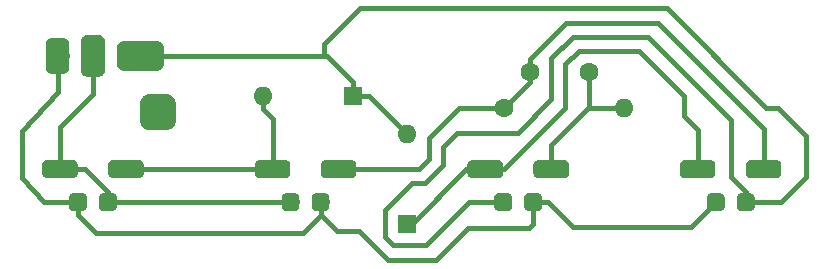
<source format=gbr>
G04 #@! TF.GenerationSoftware,KiCad,Pcbnew,(5.0.1-3-g963ef8bb5)*
G04 #@! TF.CreationDate,2019-02-12T17:52:07-08:00*
G04 #@! TF.ProjectId,4button-3wire,34627574746F6E2D33776972652E6B69,rev?*
G04 #@! TF.SameCoordinates,Original*
G04 #@! TF.FileFunction,Copper,L2,Bot,Signal*
G04 #@! TF.FilePolarity,Positive*
%FSLAX46Y46*%
G04 Gerber Fmt 4.6, Leading zero omitted, Abs format (unit mm)*
G04 Created by KiCad (PCBNEW (5.0.1-3-g963ef8bb5)) date Tuesday, February 12, 2019 at 05:52:07 PM*
%MOMM*%
%LPD*%
G01*
G04 APERTURE LIST*
G04 #@! TA.AperFunction,Conductor*
%ADD10C,0.100000*%
G04 #@! TD*
G04 #@! TA.AperFunction,ComponentPad*
%ADD11C,1.500000*%
G04 #@! TD*
G04 #@! TA.AperFunction,ComponentPad*
%ADD12O,1.600000X1.600000*%
G04 #@! TD*
G04 #@! TA.AperFunction,ComponentPad*
%ADD13R,1.600000X1.600000*%
G04 #@! TD*
G04 #@! TA.AperFunction,ComponentPad*
%ADD14C,1.600000*%
G04 #@! TD*
G04 #@! TA.AperFunction,ComponentPad*
%ADD15C,3.000000*%
G04 #@! TD*
G04 #@! TA.AperFunction,ComponentPad*
%ADD16C,2.500000*%
G04 #@! TD*
G04 #@! TA.AperFunction,ComponentPad*
%ADD17C,2.000000*%
G04 #@! TD*
G04 #@! TA.AperFunction,Conductor*
%ADD18C,0.400000*%
G04 #@! TD*
G04 APERTURE END LIST*
D10*
G04 #@! TO.N,Net-(C1-Pad2)*
G04 #@! TO.C,SW2*
G36*
X93141756Y-113251806D02*
X93178159Y-113257206D01*
X93213857Y-113266147D01*
X93248506Y-113278545D01*
X93281774Y-113294280D01*
X93313339Y-113313199D01*
X93342897Y-113335121D01*
X93370165Y-113359835D01*
X93394879Y-113387103D01*
X93416801Y-113416661D01*
X93435720Y-113448226D01*
X93451455Y-113481494D01*
X93463853Y-113516143D01*
X93472794Y-113551841D01*
X93478194Y-113588244D01*
X93480000Y-113625000D01*
X93480000Y-114375000D01*
X93478194Y-114411756D01*
X93472794Y-114448159D01*
X93463853Y-114483857D01*
X93451455Y-114518506D01*
X93435720Y-114551774D01*
X93416801Y-114583339D01*
X93394879Y-114612897D01*
X93370165Y-114640165D01*
X93342897Y-114664879D01*
X93313339Y-114686801D01*
X93281774Y-114705720D01*
X93248506Y-114721455D01*
X93213857Y-114733853D01*
X93178159Y-114742794D01*
X93141756Y-114748194D01*
X93105000Y-114750000D01*
X92355000Y-114750000D01*
X92318244Y-114748194D01*
X92281841Y-114742794D01*
X92246143Y-114733853D01*
X92211494Y-114721455D01*
X92178226Y-114705720D01*
X92146661Y-114686801D01*
X92117103Y-114664879D01*
X92089835Y-114640165D01*
X92065121Y-114612897D01*
X92043199Y-114583339D01*
X92024280Y-114551774D01*
X92008545Y-114518506D01*
X91996147Y-114483857D01*
X91987206Y-114448159D01*
X91981806Y-114411756D01*
X91980000Y-114375000D01*
X91980000Y-113625000D01*
X91981806Y-113588244D01*
X91987206Y-113551841D01*
X91996147Y-113516143D01*
X92008545Y-113481494D01*
X92024280Y-113448226D01*
X92043199Y-113416661D01*
X92065121Y-113387103D01*
X92089835Y-113359835D01*
X92117103Y-113335121D01*
X92146661Y-113313199D01*
X92178226Y-113294280D01*
X92211494Y-113278545D01*
X92246143Y-113266147D01*
X92281841Y-113257206D01*
X92318244Y-113251806D01*
X92355000Y-113250000D01*
X93105000Y-113250000D01*
X93141756Y-113251806D01*
X93141756Y-113251806D01*
G37*
D11*
G04 #@! TD*
G04 #@! TO.P,SW2,4*
G04 #@! TO.N,Net-(C1-Pad2)*
X92730000Y-114000000D03*
D10*
G04 #@! TO.N,Net-(J1-PadS)*
G04 #@! TO.C,SW2*
G36*
X95681756Y-113251806D02*
X95718159Y-113257206D01*
X95753857Y-113266147D01*
X95788506Y-113278545D01*
X95821774Y-113294280D01*
X95853339Y-113313199D01*
X95882897Y-113335121D01*
X95910165Y-113359835D01*
X95934879Y-113387103D01*
X95956801Y-113416661D01*
X95975720Y-113448226D01*
X95991455Y-113481494D01*
X96003853Y-113516143D01*
X96012794Y-113551841D01*
X96018194Y-113588244D01*
X96020000Y-113625000D01*
X96020000Y-114375000D01*
X96018194Y-114411756D01*
X96012794Y-114448159D01*
X96003853Y-114483857D01*
X95991455Y-114518506D01*
X95975720Y-114551774D01*
X95956801Y-114583339D01*
X95934879Y-114612897D01*
X95910165Y-114640165D01*
X95882897Y-114664879D01*
X95853339Y-114686801D01*
X95821774Y-114705720D01*
X95788506Y-114721455D01*
X95753857Y-114733853D01*
X95718159Y-114742794D01*
X95681756Y-114748194D01*
X95645000Y-114750000D01*
X94895000Y-114750000D01*
X94858244Y-114748194D01*
X94821841Y-114742794D01*
X94786143Y-114733853D01*
X94751494Y-114721455D01*
X94718226Y-114705720D01*
X94686661Y-114686801D01*
X94657103Y-114664879D01*
X94629835Y-114640165D01*
X94605121Y-114612897D01*
X94583199Y-114583339D01*
X94564280Y-114551774D01*
X94548545Y-114518506D01*
X94536147Y-114483857D01*
X94527206Y-114448159D01*
X94521806Y-114411756D01*
X94520000Y-114375000D01*
X94520000Y-113625000D01*
X94521806Y-113588244D01*
X94527206Y-113551841D01*
X94536147Y-113516143D01*
X94548545Y-113481494D01*
X94564280Y-113448226D01*
X94583199Y-113416661D01*
X94605121Y-113387103D01*
X94629835Y-113359835D01*
X94657103Y-113335121D01*
X94686661Y-113313199D01*
X94718226Y-113294280D01*
X94751494Y-113278545D01*
X94786143Y-113266147D01*
X94821841Y-113257206D01*
X94858244Y-113251806D01*
X94895000Y-113250000D01*
X95645000Y-113250000D01*
X95681756Y-113251806D01*
X95681756Y-113251806D01*
G37*
D11*
G04 #@! TD*
G04 #@! TO.P,SW2,3*
G04 #@! TO.N,Net-(J1-PadS)*
X95270000Y-114000000D03*
D10*
G04 #@! TO.N,Net-(C1-Pad1)*
G04 #@! TO.C,SW2*
G36*
X97956756Y-110461806D02*
X97993159Y-110467206D01*
X98028857Y-110476147D01*
X98063506Y-110488545D01*
X98096774Y-110504280D01*
X98128339Y-110523199D01*
X98157897Y-110545121D01*
X98185165Y-110569835D01*
X98209879Y-110597103D01*
X98231801Y-110626661D01*
X98250720Y-110658226D01*
X98266455Y-110691494D01*
X98278853Y-110726143D01*
X98287794Y-110761841D01*
X98293194Y-110798244D01*
X98295000Y-110835000D01*
X98295000Y-111585000D01*
X98293194Y-111621756D01*
X98287794Y-111658159D01*
X98278853Y-111693857D01*
X98266455Y-111728506D01*
X98250720Y-111761774D01*
X98231801Y-111793339D01*
X98209879Y-111822897D01*
X98185165Y-111850165D01*
X98157897Y-111874879D01*
X98128339Y-111896801D01*
X98096774Y-111915720D01*
X98063506Y-111931455D01*
X98028857Y-111943853D01*
X97993159Y-111952794D01*
X97956756Y-111958194D01*
X97920000Y-111960000D01*
X95670000Y-111960000D01*
X95633244Y-111958194D01*
X95596841Y-111952794D01*
X95561143Y-111943853D01*
X95526494Y-111931455D01*
X95493226Y-111915720D01*
X95461661Y-111896801D01*
X95432103Y-111874879D01*
X95404835Y-111850165D01*
X95380121Y-111822897D01*
X95358199Y-111793339D01*
X95339280Y-111761774D01*
X95323545Y-111728506D01*
X95311147Y-111693857D01*
X95302206Y-111658159D01*
X95296806Y-111621756D01*
X95295000Y-111585000D01*
X95295000Y-110835000D01*
X95296806Y-110798244D01*
X95302206Y-110761841D01*
X95311147Y-110726143D01*
X95323545Y-110691494D01*
X95339280Y-110658226D01*
X95358199Y-110626661D01*
X95380121Y-110597103D01*
X95404835Y-110569835D01*
X95432103Y-110545121D01*
X95461661Y-110523199D01*
X95493226Y-110504280D01*
X95526494Y-110488545D01*
X95561143Y-110476147D01*
X95596841Y-110467206D01*
X95633244Y-110461806D01*
X95670000Y-110460000D01*
X97920000Y-110460000D01*
X97956756Y-110461806D01*
X97956756Y-110461806D01*
G37*
D11*
G04 #@! TD*
G04 #@! TO.P,SW2,2*
G04 #@! TO.N,Net-(C1-Pad1)*
X96795000Y-111210000D03*
D10*
G04 #@! TO.N,Net-(D5-Pad2)*
G04 #@! TO.C,SW2*
G36*
X92366756Y-110461806D02*
X92403159Y-110467206D01*
X92438857Y-110476147D01*
X92473506Y-110488545D01*
X92506774Y-110504280D01*
X92538339Y-110523199D01*
X92567897Y-110545121D01*
X92595165Y-110569835D01*
X92619879Y-110597103D01*
X92641801Y-110626661D01*
X92660720Y-110658226D01*
X92676455Y-110691494D01*
X92688853Y-110726143D01*
X92697794Y-110761841D01*
X92703194Y-110798244D01*
X92705000Y-110835000D01*
X92705000Y-111585000D01*
X92703194Y-111621756D01*
X92697794Y-111658159D01*
X92688853Y-111693857D01*
X92676455Y-111728506D01*
X92660720Y-111761774D01*
X92641801Y-111793339D01*
X92619879Y-111822897D01*
X92595165Y-111850165D01*
X92567897Y-111874879D01*
X92538339Y-111896801D01*
X92506774Y-111915720D01*
X92473506Y-111931455D01*
X92438857Y-111943853D01*
X92403159Y-111952794D01*
X92366756Y-111958194D01*
X92330000Y-111960000D01*
X90080000Y-111960000D01*
X90043244Y-111958194D01*
X90006841Y-111952794D01*
X89971143Y-111943853D01*
X89936494Y-111931455D01*
X89903226Y-111915720D01*
X89871661Y-111896801D01*
X89842103Y-111874879D01*
X89814835Y-111850165D01*
X89790121Y-111822897D01*
X89768199Y-111793339D01*
X89749280Y-111761774D01*
X89733545Y-111728506D01*
X89721147Y-111693857D01*
X89712206Y-111658159D01*
X89706806Y-111621756D01*
X89705000Y-111585000D01*
X89705000Y-110835000D01*
X89706806Y-110798244D01*
X89712206Y-110761841D01*
X89721147Y-110726143D01*
X89733545Y-110691494D01*
X89749280Y-110658226D01*
X89768199Y-110626661D01*
X89790121Y-110597103D01*
X89814835Y-110569835D01*
X89842103Y-110545121D01*
X89871661Y-110523199D01*
X89903226Y-110504280D01*
X89936494Y-110488545D01*
X89971143Y-110476147D01*
X90006841Y-110467206D01*
X90043244Y-110461806D01*
X90080000Y-110460000D01*
X92330000Y-110460000D01*
X92366756Y-110461806D01*
X92366756Y-110461806D01*
G37*
D11*
G04 #@! TD*
G04 #@! TO.P,SW2,1*
G04 #@! TO.N,Net-(D5-Pad2)*
X91205000Y-111210000D03*
D10*
G04 #@! TO.N,Net-(D6-Pad1)*
G04 #@! TO.C,SW4*
G36*
X128366756Y-110461806D02*
X128403159Y-110467206D01*
X128438857Y-110476147D01*
X128473506Y-110488545D01*
X128506774Y-110504280D01*
X128538339Y-110523199D01*
X128567897Y-110545121D01*
X128595165Y-110569835D01*
X128619879Y-110597103D01*
X128641801Y-110626661D01*
X128660720Y-110658226D01*
X128676455Y-110691494D01*
X128688853Y-110726143D01*
X128697794Y-110761841D01*
X128703194Y-110798244D01*
X128705000Y-110835000D01*
X128705000Y-111585000D01*
X128703194Y-111621756D01*
X128697794Y-111658159D01*
X128688853Y-111693857D01*
X128676455Y-111728506D01*
X128660720Y-111761774D01*
X128641801Y-111793339D01*
X128619879Y-111822897D01*
X128595165Y-111850165D01*
X128567897Y-111874879D01*
X128538339Y-111896801D01*
X128506774Y-111915720D01*
X128473506Y-111931455D01*
X128438857Y-111943853D01*
X128403159Y-111952794D01*
X128366756Y-111958194D01*
X128330000Y-111960000D01*
X126080000Y-111960000D01*
X126043244Y-111958194D01*
X126006841Y-111952794D01*
X125971143Y-111943853D01*
X125936494Y-111931455D01*
X125903226Y-111915720D01*
X125871661Y-111896801D01*
X125842103Y-111874879D01*
X125814835Y-111850165D01*
X125790121Y-111822897D01*
X125768199Y-111793339D01*
X125749280Y-111761774D01*
X125733545Y-111728506D01*
X125721147Y-111693857D01*
X125712206Y-111658159D01*
X125706806Y-111621756D01*
X125705000Y-111585000D01*
X125705000Y-110835000D01*
X125706806Y-110798244D01*
X125712206Y-110761841D01*
X125721147Y-110726143D01*
X125733545Y-110691494D01*
X125749280Y-110658226D01*
X125768199Y-110626661D01*
X125790121Y-110597103D01*
X125814835Y-110569835D01*
X125842103Y-110545121D01*
X125871661Y-110523199D01*
X125903226Y-110504280D01*
X125936494Y-110488545D01*
X125971143Y-110476147D01*
X126006841Y-110467206D01*
X126043244Y-110461806D01*
X126080000Y-110460000D01*
X128330000Y-110460000D01*
X128366756Y-110461806D01*
X128366756Y-110461806D01*
G37*
D11*
G04 #@! TD*
G04 #@! TO.P,SW4,1*
G04 #@! TO.N,Net-(D6-Pad1)*
X127205000Y-111210000D03*
D10*
G04 #@! TO.N,Net-(C1-Pad1)*
G04 #@! TO.C,SW4*
G36*
X133956756Y-110461806D02*
X133993159Y-110467206D01*
X134028857Y-110476147D01*
X134063506Y-110488545D01*
X134096774Y-110504280D01*
X134128339Y-110523199D01*
X134157897Y-110545121D01*
X134185165Y-110569835D01*
X134209879Y-110597103D01*
X134231801Y-110626661D01*
X134250720Y-110658226D01*
X134266455Y-110691494D01*
X134278853Y-110726143D01*
X134287794Y-110761841D01*
X134293194Y-110798244D01*
X134295000Y-110835000D01*
X134295000Y-111585000D01*
X134293194Y-111621756D01*
X134287794Y-111658159D01*
X134278853Y-111693857D01*
X134266455Y-111728506D01*
X134250720Y-111761774D01*
X134231801Y-111793339D01*
X134209879Y-111822897D01*
X134185165Y-111850165D01*
X134157897Y-111874879D01*
X134128339Y-111896801D01*
X134096774Y-111915720D01*
X134063506Y-111931455D01*
X134028857Y-111943853D01*
X133993159Y-111952794D01*
X133956756Y-111958194D01*
X133920000Y-111960000D01*
X131670000Y-111960000D01*
X131633244Y-111958194D01*
X131596841Y-111952794D01*
X131561143Y-111943853D01*
X131526494Y-111931455D01*
X131493226Y-111915720D01*
X131461661Y-111896801D01*
X131432103Y-111874879D01*
X131404835Y-111850165D01*
X131380121Y-111822897D01*
X131358199Y-111793339D01*
X131339280Y-111761774D01*
X131323545Y-111728506D01*
X131311147Y-111693857D01*
X131302206Y-111658159D01*
X131296806Y-111621756D01*
X131295000Y-111585000D01*
X131295000Y-110835000D01*
X131296806Y-110798244D01*
X131302206Y-110761841D01*
X131311147Y-110726143D01*
X131323545Y-110691494D01*
X131339280Y-110658226D01*
X131358199Y-110626661D01*
X131380121Y-110597103D01*
X131404835Y-110569835D01*
X131432103Y-110545121D01*
X131461661Y-110523199D01*
X131493226Y-110504280D01*
X131526494Y-110488545D01*
X131561143Y-110476147D01*
X131596841Y-110467206D01*
X131633244Y-110461806D01*
X131670000Y-110460000D01*
X133920000Y-110460000D01*
X133956756Y-110461806D01*
X133956756Y-110461806D01*
G37*
D11*
G04 #@! TD*
G04 #@! TO.P,SW4,2*
G04 #@! TO.N,Net-(C1-Pad1)*
X132795000Y-111210000D03*
D10*
G04 #@! TO.N,Net-(D5-Pad1)*
G04 #@! TO.C,SW4*
G36*
X131681756Y-113251806D02*
X131718159Y-113257206D01*
X131753857Y-113266147D01*
X131788506Y-113278545D01*
X131821774Y-113294280D01*
X131853339Y-113313199D01*
X131882897Y-113335121D01*
X131910165Y-113359835D01*
X131934879Y-113387103D01*
X131956801Y-113416661D01*
X131975720Y-113448226D01*
X131991455Y-113481494D01*
X132003853Y-113516143D01*
X132012794Y-113551841D01*
X132018194Y-113588244D01*
X132020000Y-113625000D01*
X132020000Y-114375000D01*
X132018194Y-114411756D01*
X132012794Y-114448159D01*
X132003853Y-114483857D01*
X131991455Y-114518506D01*
X131975720Y-114551774D01*
X131956801Y-114583339D01*
X131934879Y-114612897D01*
X131910165Y-114640165D01*
X131882897Y-114664879D01*
X131853339Y-114686801D01*
X131821774Y-114705720D01*
X131788506Y-114721455D01*
X131753857Y-114733853D01*
X131718159Y-114742794D01*
X131681756Y-114748194D01*
X131645000Y-114750000D01*
X130895000Y-114750000D01*
X130858244Y-114748194D01*
X130821841Y-114742794D01*
X130786143Y-114733853D01*
X130751494Y-114721455D01*
X130718226Y-114705720D01*
X130686661Y-114686801D01*
X130657103Y-114664879D01*
X130629835Y-114640165D01*
X130605121Y-114612897D01*
X130583199Y-114583339D01*
X130564280Y-114551774D01*
X130548545Y-114518506D01*
X130536147Y-114483857D01*
X130527206Y-114448159D01*
X130521806Y-114411756D01*
X130520000Y-114375000D01*
X130520000Y-113625000D01*
X130521806Y-113588244D01*
X130527206Y-113551841D01*
X130536147Y-113516143D01*
X130548545Y-113481494D01*
X130564280Y-113448226D01*
X130583199Y-113416661D01*
X130605121Y-113387103D01*
X130629835Y-113359835D01*
X130657103Y-113335121D01*
X130686661Y-113313199D01*
X130718226Y-113294280D01*
X130751494Y-113278545D01*
X130786143Y-113266147D01*
X130821841Y-113257206D01*
X130858244Y-113251806D01*
X130895000Y-113250000D01*
X131645000Y-113250000D01*
X131681756Y-113251806D01*
X131681756Y-113251806D01*
G37*
D11*
G04 #@! TD*
G04 #@! TO.P,SW4,3*
G04 #@! TO.N,Net-(D5-Pad1)*
X131270000Y-114000000D03*
D10*
G04 #@! TO.N,Net-(J1-PadS)*
G04 #@! TO.C,SW4*
G36*
X129141756Y-113251806D02*
X129178159Y-113257206D01*
X129213857Y-113266147D01*
X129248506Y-113278545D01*
X129281774Y-113294280D01*
X129313339Y-113313199D01*
X129342897Y-113335121D01*
X129370165Y-113359835D01*
X129394879Y-113387103D01*
X129416801Y-113416661D01*
X129435720Y-113448226D01*
X129451455Y-113481494D01*
X129463853Y-113516143D01*
X129472794Y-113551841D01*
X129478194Y-113588244D01*
X129480000Y-113625000D01*
X129480000Y-114375000D01*
X129478194Y-114411756D01*
X129472794Y-114448159D01*
X129463853Y-114483857D01*
X129451455Y-114518506D01*
X129435720Y-114551774D01*
X129416801Y-114583339D01*
X129394879Y-114612897D01*
X129370165Y-114640165D01*
X129342897Y-114664879D01*
X129313339Y-114686801D01*
X129281774Y-114705720D01*
X129248506Y-114721455D01*
X129213857Y-114733853D01*
X129178159Y-114742794D01*
X129141756Y-114748194D01*
X129105000Y-114750000D01*
X128355000Y-114750000D01*
X128318244Y-114748194D01*
X128281841Y-114742794D01*
X128246143Y-114733853D01*
X128211494Y-114721455D01*
X128178226Y-114705720D01*
X128146661Y-114686801D01*
X128117103Y-114664879D01*
X128089835Y-114640165D01*
X128065121Y-114612897D01*
X128043199Y-114583339D01*
X128024280Y-114551774D01*
X128008545Y-114518506D01*
X127996147Y-114483857D01*
X127987206Y-114448159D01*
X127981806Y-114411756D01*
X127980000Y-114375000D01*
X127980000Y-113625000D01*
X127981806Y-113588244D01*
X127987206Y-113551841D01*
X127996147Y-113516143D01*
X128008545Y-113481494D01*
X128024280Y-113448226D01*
X128043199Y-113416661D01*
X128065121Y-113387103D01*
X128089835Y-113359835D01*
X128117103Y-113335121D01*
X128146661Y-113313199D01*
X128178226Y-113294280D01*
X128211494Y-113278545D01*
X128246143Y-113266147D01*
X128281841Y-113257206D01*
X128318244Y-113251806D01*
X128355000Y-113250000D01*
X129105000Y-113250000D01*
X129141756Y-113251806D01*
X129141756Y-113251806D01*
G37*
D11*
G04 #@! TD*
G04 #@! TO.P,SW4,4*
G04 #@! TO.N,Net-(J1-PadS)*
X128730000Y-114000000D03*
D10*
G04 #@! TO.N,Net-(C1-Pad2)*
G04 #@! TO.C,SW1*
G36*
X74366756Y-110461806D02*
X74403159Y-110467206D01*
X74438857Y-110476147D01*
X74473506Y-110488545D01*
X74506774Y-110504280D01*
X74538339Y-110523199D01*
X74567897Y-110545121D01*
X74595165Y-110569835D01*
X74619879Y-110597103D01*
X74641801Y-110626661D01*
X74660720Y-110658226D01*
X74676455Y-110691494D01*
X74688853Y-110726143D01*
X74697794Y-110761841D01*
X74703194Y-110798244D01*
X74705000Y-110835000D01*
X74705000Y-111585000D01*
X74703194Y-111621756D01*
X74697794Y-111658159D01*
X74688853Y-111693857D01*
X74676455Y-111728506D01*
X74660720Y-111761774D01*
X74641801Y-111793339D01*
X74619879Y-111822897D01*
X74595165Y-111850165D01*
X74567897Y-111874879D01*
X74538339Y-111896801D01*
X74506774Y-111915720D01*
X74473506Y-111931455D01*
X74438857Y-111943853D01*
X74403159Y-111952794D01*
X74366756Y-111958194D01*
X74330000Y-111960000D01*
X72080000Y-111960000D01*
X72043244Y-111958194D01*
X72006841Y-111952794D01*
X71971143Y-111943853D01*
X71936494Y-111931455D01*
X71903226Y-111915720D01*
X71871661Y-111896801D01*
X71842103Y-111874879D01*
X71814835Y-111850165D01*
X71790121Y-111822897D01*
X71768199Y-111793339D01*
X71749280Y-111761774D01*
X71733545Y-111728506D01*
X71721147Y-111693857D01*
X71712206Y-111658159D01*
X71706806Y-111621756D01*
X71705000Y-111585000D01*
X71705000Y-110835000D01*
X71706806Y-110798244D01*
X71712206Y-110761841D01*
X71721147Y-110726143D01*
X71733545Y-110691494D01*
X71749280Y-110658226D01*
X71768199Y-110626661D01*
X71790121Y-110597103D01*
X71814835Y-110569835D01*
X71842103Y-110545121D01*
X71871661Y-110523199D01*
X71903226Y-110504280D01*
X71936494Y-110488545D01*
X71971143Y-110476147D01*
X72006841Y-110467206D01*
X72043244Y-110461806D01*
X72080000Y-110460000D01*
X74330000Y-110460000D01*
X74366756Y-110461806D01*
X74366756Y-110461806D01*
G37*
D11*
G04 #@! TD*
G04 #@! TO.P,SW1,1*
G04 #@! TO.N,Net-(C1-Pad2)*
X73205000Y-111210000D03*
D10*
G04 #@! TO.N,Net-(D5-Pad2)*
G04 #@! TO.C,SW1*
G36*
X79956756Y-110461806D02*
X79993159Y-110467206D01*
X80028857Y-110476147D01*
X80063506Y-110488545D01*
X80096774Y-110504280D01*
X80128339Y-110523199D01*
X80157897Y-110545121D01*
X80185165Y-110569835D01*
X80209879Y-110597103D01*
X80231801Y-110626661D01*
X80250720Y-110658226D01*
X80266455Y-110691494D01*
X80278853Y-110726143D01*
X80287794Y-110761841D01*
X80293194Y-110798244D01*
X80295000Y-110835000D01*
X80295000Y-111585000D01*
X80293194Y-111621756D01*
X80287794Y-111658159D01*
X80278853Y-111693857D01*
X80266455Y-111728506D01*
X80250720Y-111761774D01*
X80231801Y-111793339D01*
X80209879Y-111822897D01*
X80185165Y-111850165D01*
X80157897Y-111874879D01*
X80128339Y-111896801D01*
X80096774Y-111915720D01*
X80063506Y-111931455D01*
X80028857Y-111943853D01*
X79993159Y-111952794D01*
X79956756Y-111958194D01*
X79920000Y-111960000D01*
X77670000Y-111960000D01*
X77633244Y-111958194D01*
X77596841Y-111952794D01*
X77561143Y-111943853D01*
X77526494Y-111931455D01*
X77493226Y-111915720D01*
X77461661Y-111896801D01*
X77432103Y-111874879D01*
X77404835Y-111850165D01*
X77380121Y-111822897D01*
X77358199Y-111793339D01*
X77339280Y-111761774D01*
X77323545Y-111728506D01*
X77311147Y-111693857D01*
X77302206Y-111658159D01*
X77296806Y-111621756D01*
X77295000Y-111585000D01*
X77295000Y-110835000D01*
X77296806Y-110798244D01*
X77302206Y-110761841D01*
X77311147Y-110726143D01*
X77323545Y-110691494D01*
X77339280Y-110658226D01*
X77358199Y-110626661D01*
X77380121Y-110597103D01*
X77404835Y-110569835D01*
X77432103Y-110545121D01*
X77461661Y-110523199D01*
X77493226Y-110504280D01*
X77526494Y-110488545D01*
X77561143Y-110476147D01*
X77596841Y-110467206D01*
X77633244Y-110461806D01*
X77670000Y-110460000D01*
X79920000Y-110460000D01*
X79956756Y-110461806D01*
X79956756Y-110461806D01*
G37*
D11*
G04 #@! TD*
G04 #@! TO.P,SW1,2*
G04 #@! TO.N,Net-(D5-Pad2)*
X78795000Y-111210000D03*
D10*
G04 #@! TO.N,Net-(C1-Pad2)*
G04 #@! TO.C,SW1*
G36*
X77681756Y-113251806D02*
X77718159Y-113257206D01*
X77753857Y-113266147D01*
X77788506Y-113278545D01*
X77821774Y-113294280D01*
X77853339Y-113313199D01*
X77882897Y-113335121D01*
X77910165Y-113359835D01*
X77934879Y-113387103D01*
X77956801Y-113416661D01*
X77975720Y-113448226D01*
X77991455Y-113481494D01*
X78003853Y-113516143D01*
X78012794Y-113551841D01*
X78018194Y-113588244D01*
X78020000Y-113625000D01*
X78020000Y-114375000D01*
X78018194Y-114411756D01*
X78012794Y-114448159D01*
X78003853Y-114483857D01*
X77991455Y-114518506D01*
X77975720Y-114551774D01*
X77956801Y-114583339D01*
X77934879Y-114612897D01*
X77910165Y-114640165D01*
X77882897Y-114664879D01*
X77853339Y-114686801D01*
X77821774Y-114705720D01*
X77788506Y-114721455D01*
X77753857Y-114733853D01*
X77718159Y-114742794D01*
X77681756Y-114748194D01*
X77645000Y-114750000D01*
X76895000Y-114750000D01*
X76858244Y-114748194D01*
X76821841Y-114742794D01*
X76786143Y-114733853D01*
X76751494Y-114721455D01*
X76718226Y-114705720D01*
X76686661Y-114686801D01*
X76657103Y-114664879D01*
X76629835Y-114640165D01*
X76605121Y-114612897D01*
X76583199Y-114583339D01*
X76564280Y-114551774D01*
X76548545Y-114518506D01*
X76536147Y-114483857D01*
X76527206Y-114448159D01*
X76521806Y-114411756D01*
X76520000Y-114375000D01*
X76520000Y-113625000D01*
X76521806Y-113588244D01*
X76527206Y-113551841D01*
X76536147Y-113516143D01*
X76548545Y-113481494D01*
X76564280Y-113448226D01*
X76583199Y-113416661D01*
X76605121Y-113387103D01*
X76629835Y-113359835D01*
X76657103Y-113335121D01*
X76686661Y-113313199D01*
X76718226Y-113294280D01*
X76751494Y-113278545D01*
X76786143Y-113266147D01*
X76821841Y-113257206D01*
X76858244Y-113251806D01*
X76895000Y-113250000D01*
X77645000Y-113250000D01*
X77681756Y-113251806D01*
X77681756Y-113251806D01*
G37*
D11*
G04 #@! TD*
G04 #@! TO.P,SW1,3*
G04 #@! TO.N,Net-(C1-Pad2)*
X77270000Y-114000000D03*
D10*
G04 #@! TO.N,Net-(J1-PadS)*
G04 #@! TO.C,SW1*
G36*
X75141756Y-113251806D02*
X75178159Y-113257206D01*
X75213857Y-113266147D01*
X75248506Y-113278545D01*
X75281774Y-113294280D01*
X75313339Y-113313199D01*
X75342897Y-113335121D01*
X75370165Y-113359835D01*
X75394879Y-113387103D01*
X75416801Y-113416661D01*
X75435720Y-113448226D01*
X75451455Y-113481494D01*
X75463853Y-113516143D01*
X75472794Y-113551841D01*
X75478194Y-113588244D01*
X75480000Y-113625000D01*
X75480000Y-114375000D01*
X75478194Y-114411756D01*
X75472794Y-114448159D01*
X75463853Y-114483857D01*
X75451455Y-114518506D01*
X75435720Y-114551774D01*
X75416801Y-114583339D01*
X75394879Y-114612897D01*
X75370165Y-114640165D01*
X75342897Y-114664879D01*
X75313339Y-114686801D01*
X75281774Y-114705720D01*
X75248506Y-114721455D01*
X75213857Y-114733853D01*
X75178159Y-114742794D01*
X75141756Y-114748194D01*
X75105000Y-114750000D01*
X74355000Y-114750000D01*
X74318244Y-114748194D01*
X74281841Y-114742794D01*
X74246143Y-114733853D01*
X74211494Y-114721455D01*
X74178226Y-114705720D01*
X74146661Y-114686801D01*
X74117103Y-114664879D01*
X74089835Y-114640165D01*
X74065121Y-114612897D01*
X74043199Y-114583339D01*
X74024280Y-114551774D01*
X74008545Y-114518506D01*
X73996147Y-114483857D01*
X73987206Y-114448159D01*
X73981806Y-114411756D01*
X73980000Y-114375000D01*
X73980000Y-113625000D01*
X73981806Y-113588244D01*
X73987206Y-113551841D01*
X73996147Y-113516143D01*
X74008545Y-113481494D01*
X74024280Y-113448226D01*
X74043199Y-113416661D01*
X74065121Y-113387103D01*
X74089835Y-113359835D01*
X74117103Y-113335121D01*
X74146661Y-113313199D01*
X74178226Y-113294280D01*
X74211494Y-113278545D01*
X74246143Y-113266147D01*
X74281841Y-113257206D01*
X74318244Y-113251806D01*
X74355000Y-113250000D01*
X75105000Y-113250000D01*
X75141756Y-113251806D01*
X75141756Y-113251806D01*
G37*
D11*
G04 #@! TD*
G04 #@! TO.P,SW1,4*
G04 #@! TO.N,Net-(J1-PadS)*
X74730000Y-114000000D03*
D10*
G04 #@! TO.N,Net-(D6-Pad1)*
G04 #@! TO.C,SW3*
G36*
X110366756Y-110461806D02*
X110403159Y-110467206D01*
X110438857Y-110476147D01*
X110473506Y-110488545D01*
X110506774Y-110504280D01*
X110538339Y-110523199D01*
X110567897Y-110545121D01*
X110595165Y-110569835D01*
X110619879Y-110597103D01*
X110641801Y-110626661D01*
X110660720Y-110658226D01*
X110676455Y-110691494D01*
X110688853Y-110726143D01*
X110697794Y-110761841D01*
X110703194Y-110798244D01*
X110705000Y-110835000D01*
X110705000Y-111585000D01*
X110703194Y-111621756D01*
X110697794Y-111658159D01*
X110688853Y-111693857D01*
X110676455Y-111728506D01*
X110660720Y-111761774D01*
X110641801Y-111793339D01*
X110619879Y-111822897D01*
X110595165Y-111850165D01*
X110567897Y-111874879D01*
X110538339Y-111896801D01*
X110506774Y-111915720D01*
X110473506Y-111931455D01*
X110438857Y-111943853D01*
X110403159Y-111952794D01*
X110366756Y-111958194D01*
X110330000Y-111960000D01*
X108080000Y-111960000D01*
X108043244Y-111958194D01*
X108006841Y-111952794D01*
X107971143Y-111943853D01*
X107936494Y-111931455D01*
X107903226Y-111915720D01*
X107871661Y-111896801D01*
X107842103Y-111874879D01*
X107814835Y-111850165D01*
X107790121Y-111822897D01*
X107768199Y-111793339D01*
X107749280Y-111761774D01*
X107733545Y-111728506D01*
X107721147Y-111693857D01*
X107712206Y-111658159D01*
X107706806Y-111621756D01*
X107705000Y-111585000D01*
X107705000Y-110835000D01*
X107706806Y-110798244D01*
X107712206Y-110761841D01*
X107721147Y-110726143D01*
X107733545Y-110691494D01*
X107749280Y-110658226D01*
X107768199Y-110626661D01*
X107790121Y-110597103D01*
X107814835Y-110569835D01*
X107842103Y-110545121D01*
X107871661Y-110523199D01*
X107903226Y-110504280D01*
X107936494Y-110488545D01*
X107971143Y-110476147D01*
X108006841Y-110467206D01*
X108043244Y-110461806D01*
X108080000Y-110460000D01*
X110330000Y-110460000D01*
X110366756Y-110461806D01*
X110366756Y-110461806D01*
G37*
D11*
G04 #@! TD*
G04 #@! TO.P,SW3,1*
G04 #@! TO.N,Net-(D6-Pad1)*
X109205000Y-111210000D03*
D10*
G04 #@! TO.N,Net-(C1-Pad2)*
G04 #@! TO.C,SW3*
G36*
X115956756Y-110461806D02*
X115993159Y-110467206D01*
X116028857Y-110476147D01*
X116063506Y-110488545D01*
X116096774Y-110504280D01*
X116128339Y-110523199D01*
X116157897Y-110545121D01*
X116185165Y-110569835D01*
X116209879Y-110597103D01*
X116231801Y-110626661D01*
X116250720Y-110658226D01*
X116266455Y-110691494D01*
X116278853Y-110726143D01*
X116287794Y-110761841D01*
X116293194Y-110798244D01*
X116295000Y-110835000D01*
X116295000Y-111585000D01*
X116293194Y-111621756D01*
X116287794Y-111658159D01*
X116278853Y-111693857D01*
X116266455Y-111728506D01*
X116250720Y-111761774D01*
X116231801Y-111793339D01*
X116209879Y-111822897D01*
X116185165Y-111850165D01*
X116157897Y-111874879D01*
X116128339Y-111896801D01*
X116096774Y-111915720D01*
X116063506Y-111931455D01*
X116028857Y-111943853D01*
X115993159Y-111952794D01*
X115956756Y-111958194D01*
X115920000Y-111960000D01*
X113670000Y-111960000D01*
X113633244Y-111958194D01*
X113596841Y-111952794D01*
X113561143Y-111943853D01*
X113526494Y-111931455D01*
X113493226Y-111915720D01*
X113461661Y-111896801D01*
X113432103Y-111874879D01*
X113404835Y-111850165D01*
X113380121Y-111822897D01*
X113358199Y-111793339D01*
X113339280Y-111761774D01*
X113323545Y-111728506D01*
X113311147Y-111693857D01*
X113302206Y-111658159D01*
X113296806Y-111621756D01*
X113295000Y-111585000D01*
X113295000Y-110835000D01*
X113296806Y-110798244D01*
X113302206Y-110761841D01*
X113311147Y-110726143D01*
X113323545Y-110691494D01*
X113339280Y-110658226D01*
X113358199Y-110626661D01*
X113380121Y-110597103D01*
X113404835Y-110569835D01*
X113432103Y-110545121D01*
X113461661Y-110523199D01*
X113493226Y-110504280D01*
X113526494Y-110488545D01*
X113561143Y-110476147D01*
X113596841Y-110467206D01*
X113633244Y-110461806D01*
X113670000Y-110460000D01*
X115920000Y-110460000D01*
X115956756Y-110461806D01*
X115956756Y-110461806D01*
G37*
D11*
G04 #@! TD*
G04 #@! TO.P,SW3,2*
G04 #@! TO.N,Net-(C1-Pad2)*
X114795000Y-111210000D03*
D10*
G04 #@! TO.N,Net-(J1-PadS)*
G04 #@! TO.C,SW3*
G36*
X113681756Y-113251806D02*
X113718159Y-113257206D01*
X113753857Y-113266147D01*
X113788506Y-113278545D01*
X113821774Y-113294280D01*
X113853339Y-113313199D01*
X113882897Y-113335121D01*
X113910165Y-113359835D01*
X113934879Y-113387103D01*
X113956801Y-113416661D01*
X113975720Y-113448226D01*
X113991455Y-113481494D01*
X114003853Y-113516143D01*
X114012794Y-113551841D01*
X114018194Y-113588244D01*
X114020000Y-113625000D01*
X114020000Y-114375000D01*
X114018194Y-114411756D01*
X114012794Y-114448159D01*
X114003853Y-114483857D01*
X113991455Y-114518506D01*
X113975720Y-114551774D01*
X113956801Y-114583339D01*
X113934879Y-114612897D01*
X113910165Y-114640165D01*
X113882897Y-114664879D01*
X113853339Y-114686801D01*
X113821774Y-114705720D01*
X113788506Y-114721455D01*
X113753857Y-114733853D01*
X113718159Y-114742794D01*
X113681756Y-114748194D01*
X113645000Y-114750000D01*
X112895000Y-114750000D01*
X112858244Y-114748194D01*
X112821841Y-114742794D01*
X112786143Y-114733853D01*
X112751494Y-114721455D01*
X112718226Y-114705720D01*
X112686661Y-114686801D01*
X112657103Y-114664879D01*
X112629835Y-114640165D01*
X112605121Y-114612897D01*
X112583199Y-114583339D01*
X112564280Y-114551774D01*
X112548545Y-114518506D01*
X112536147Y-114483857D01*
X112527206Y-114448159D01*
X112521806Y-114411756D01*
X112520000Y-114375000D01*
X112520000Y-113625000D01*
X112521806Y-113588244D01*
X112527206Y-113551841D01*
X112536147Y-113516143D01*
X112548545Y-113481494D01*
X112564280Y-113448226D01*
X112583199Y-113416661D01*
X112605121Y-113387103D01*
X112629835Y-113359835D01*
X112657103Y-113335121D01*
X112686661Y-113313199D01*
X112718226Y-113294280D01*
X112751494Y-113278545D01*
X112786143Y-113266147D01*
X112821841Y-113257206D01*
X112858244Y-113251806D01*
X112895000Y-113250000D01*
X113645000Y-113250000D01*
X113681756Y-113251806D01*
X113681756Y-113251806D01*
G37*
D11*
G04 #@! TD*
G04 #@! TO.P,SW3,3*
G04 #@! TO.N,Net-(J1-PadS)*
X113270000Y-114000000D03*
D10*
G04 #@! TO.N,Net-(D5-Pad1)*
G04 #@! TO.C,SW3*
G36*
X111141756Y-113251806D02*
X111178159Y-113257206D01*
X111213857Y-113266147D01*
X111248506Y-113278545D01*
X111281774Y-113294280D01*
X111313339Y-113313199D01*
X111342897Y-113335121D01*
X111370165Y-113359835D01*
X111394879Y-113387103D01*
X111416801Y-113416661D01*
X111435720Y-113448226D01*
X111451455Y-113481494D01*
X111463853Y-113516143D01*
X111472794Y-113551841D01*
X111478194Y-113588244D01*
X111480000Y-113625000D01*
X111480000Y-114375000D01*
X111478194Y-114411756D01*
X111472794Y-114448159D01*
X111463853Y-114483857D01*
X111451455Y-114518506D01*
X111435720Y-114551774D01*
X111416801Y-114583339D01*
X111394879Y-114612897D01*
X111370165Y-114640165D01*
X111342897Y-114664879D01*
X111313339Y-114686801D01*
X111281774Y-114705720D01*
X111248506Y-114721455D01*
X111213857Y-114733853D01*
X111178159Y-114742794D01*
X111141756Y-114748194D01*
X111105000Y-114750000D01*
X110355000Y-114750000D01*
X110318244Y-114748194D01*
X110281841Y-114742794D01*
X110246143Y-114733853D01*
X110211494Y-114721455D01*
X110178226Y-114705720D01*
X110146661Y-114686801D01*
X110117103Y-114664879D01*
X110089835Y-114640165D01*
X110065121Y-114612897D01*
X110043199Y-114583339D01*
X110024280Y-114551774D01*
X110008545Y-114518506D01*
X109996147Y-114483857D01*
X109987206Y-114448159D01*
X109981806Y-114411756D01*
X109980000Y-114375000D01*
X109980000Y-113625000D01*
X109981806Y-113588244D01*
X109987206Y-113551841D01*
X109996147Y-113516143D01*
X110008545Y-113481494D01*
X110024280Y-113448226D01*
X110043199Y-113416661D01*
X110065121Y-113387103D01*
X110089835Y-113359835D01*
X110117103Y-113335121D01*
X110146661Y-113313199D01*
X110178226Y-113294280D01*
X110211494Y-113278545D01*
X110246143Y-113266147D01*
X110281841Y-113257206D01*
X110318244Y-113251806D01*
X110355000Y-113250000D01*
X111105000Y-113250000D01*
X111141756Y-113251806D01*
X111141756Y-113251806D01*
G37*
D11*
G04 #@! TD*
G04 #@! TO.P,SW3,4*
G04 #@! TO.N,Net-(D5-Pad1)*
X110730000Y-114000000D03*
D12*
G04 #@! TO.P,D5,2*
G04 #@! TO.N,Net-(D5-Pad2)*
X90380000Y-105000000D03*
D13*
G04 #@! TO.P,D5,1*
G04 #@! TO.N,Net-(D5-Pad1)*
X98000000Y-105000000D03*
G04 #@! TD*
D14*
G04 #@! TO.P,C1,1*
G04 #@! TO.N,Net-(C1-Pad1)*
X113000000Y-103000000D03*
G04 #@! TO.P,C1,2*
G04 #@! TO.N,Net-(C1-Pad2)*
X118000000Y-103000000D03*
G04 #@! TD*
D12*
G04 #@! TO.P,R4,2*
G04 #@! TO.N,Net-(C1-Pad2)*
X121000000Y-106000000D03*
D14*
G04 #@! TO.P,R4,1*
G04 #@! TO.N,Net-(C1-Pad1)*
X110840000Y-106000000D03*
G04 #@! TD*
D10*
G04 #@! TO.N,N/C*
G04 #@! TO.C,J1*
G36*
X82323513Y-104878611D02*
X82396318Y-104889411D01*
X82467714Y-104907295D01*
X82537013Y-104932090D01*
X82603548Y-104963559D01*
X82666678Y-105001398D01*
X82725795Y-105045242D01*
X82780330Y-105094670D01*
X82829758Y-105149205D01*
X82873602Y-105208322D01*
X82911441Y-105271452D01*
X82942910Y-105337987D01*
X82967705Y-105407286D01*
X82985589Y-105478682D01*
X82996389Y-105551487D01*
X83000000Y-105625000D01*
X83000000Y-107125000D01*
X82996389Y-107198513D01*
X82985589Y-107271318D01*
X82967705Y-107342714D01*
X82942910Y-107412013D01*
X82911441Y-107478548D01*
X82873602Y-107541678D01*
X82829758Y-107600795D01*
X82780330Y-107655330D01*
X82725795Y-107704758D01*
X82666678Y-107748602D01*
X82603548Y-107786441D01*
X82537013Y-107817910D01*
X82467714Y-107842705D01*
X82396318Y-107860589D01*
X82323513Y-107871389D01*
X82250000Y-107875000D01*
X80750000Y-107875000D01*
X80676487Y-107871389D01*
X80603682Y-107860589D01*
X80532286Y-107842705D01*
X80462987Y-107817910D01*
X80396452Y-107786441D01*
X80333322Y-107748602D01*
X80274205Y-107704758D01*
X80219670Y-107655330D01*
X80170242Y-107600795D01*
X80126398Y-107541678D01*
X80088559Y-107478548D01*
X80057090Y-107412013D01*
X80032295Y-107342714D01*
X80014411Y-107271318D01*
X80003611Y-107198513D01*
X80000000Y-107125000D01*
X80000000Y-105625000D01*
X80003611Y-105551487D01*
X80014411Y-105478682D01*
X80032295Y-105407286D01*
X80057090Y-105337987D01*
X80088559Y-105271452D01*
X80126398Y-105208322D01*
X80170242Y-105149205D01*
X80219670Y-105094670D01*
X80274205Y-105045242D01*
X80333322Y-105001398D01*
X80396452Y-104963559D01*
X80462987Y-104932090D01*
X80532286Y-104907295D01*
X80603682Y-104889411D01*
X80676487Y-104878611D01*
X80750000Y-104875000D01*
X82250000Y-104875000D01*
X82323513Y-104878611D01*
X82323513Y-104878611D01*
G37*
D15*
G04 #@! TD*
G04 #@! TO.P,J1,X*
G04 #@! TO.N,N/C*
X81500000Y-106375000D03*
D10*
G04 #@! TO.N,Net-(D5-Pad1)*
G04 #@! TO.C,J1*
G36*
X81436261Y-100378010D02*
X81496931Y-100387009D01*
X81556428Y-100401912D01*
X81614177Y-100422575D01*
X81669623Y-100448799D01*
X81722231Y-100480331D01*
X81771496Y-100516868D01*
X81816942Y-100558058D01*
X81858132Y-100603504D01*
X81894669Y-100652769D01*
X81926201Y-100705377D01*
X81952425Y-100760823D01*
X81973088Y-100818572D01*
X81987991Y-100878069D01*
X81996990Y-100938739D01*
X82000000Y-101000000D01*
X82000000Y-102250000D01*
X81996990Y-102311261D01*
X81987991Y-102371931D01*
X81973088Y-102431428D01*
X81952425Y-102489177D01*
X81926201Y-102544623D01*
X81894669Y-102597231D01*
X81858132Y-102646496D01*
X81816942Y-102691942D01*
X81771496Y-102733132D01*
X81722231Y-102769669D01*
X81669623Y-102801201D01*
X81614177Y-102827425D01*
X81556428Y-102848088D01*
X81496931Y-102862991D01*
X81436261Y-102871990D01*
X81375000Y-102875000D01*
X78625000Y-102875000D01*
X78563739Y-102871990D01*
X78503069Y-102862991D01*
X78443572Y-102848088D01*
X78385823Y-102827425D01*
X78330377Y-102801201D01*
X78277769Y-102769669D01*
X78228504Y-102733132D01*
X78183058Y-102691942D01*
X78141868Y-102646496D01*
X78105331Y-102597231D01*
X78073799Y-102544623D01*
X78047575Y-102489177D01*
X78026912Y-102431428D01*
X78012009Y-102371931D01*
X78003010Y-102311261D01*
X78000000Y-102250000D01*
X78000000Y-101000000D01*
X78003010Y-100938739D01*
X78012009Y-100878069D01*
X78026912Y-100818572D01*
X78047575Y-100760823D01*
X78073799Y-100705377D01*
X78105331Y-100652769D01*
X78141868Y-100603504D01*
X78183058Y-100558058D01*
X78228504Y-100516868D01*
X78277769Y-100480331D01*
X78330377Y-100448799D01*
X78385823Y-100422575D01*
X78443572Y-100401912D01*
X78503069Y-100387009D01*
X78563739Y-100378010D01*
X78625000Y-100375000D01*
X81375000Y-100375000D01*
X81436261Y-100378010D01*
X81436261Y-100378010D01*
G37*
D16*
G04 #@! TD*
G04 #@! TO.P,J1,T*
G04 #@! TO.N,Net-(D5-Pad1)*
X80000000Y-101625000D03*
D10*
G04 #@! TO.N,Net-(C1-Pad2)*
G04 #@! TO.C,J1*
G36*
X76549009Y-99877408D02*
X76597545Y-99884607D01*
X76645142Y-99896530D01*
X76691342Y-99913060D01*
X76735698Y-99934039D01*
X76777785Y-99959265D01*
X76817197Y-99988495D01*
X76853553Y-100021447D01*
X76886505Y-100057803D01*
X76915735Y-100097215D01*
X76940961Y-100139302D01*
X76961940Y-100183658D01*
X76978470Y-100229858D01*
X76990393Y-100277455D01*
X76997592Y-100325991D01*
X77000000Y-100375000D01*
X77000000Y-102875000D01*
X76997592Y-102924009D01*
X76990393Y-102972545D01*
X76978470Y-103020142D01*
X76961940Y-103066342D01*
X76940961Y-103110698D01*
X76915735Y-103152785D01*
X76886505Y-103192197D01*
X76853553Y-103228553D01*
X76817197Y-103261505D01*
X76777785Y-103290735D01*
X76735698Y-103315961D01*
X76691342Y-103336940D01*
X76645142Y-103353470D01*
X76597545Y-103365393D01*
X76549009Y-103372592D01*
X76500000Y-103375000D01*
X75500000Y-103375000D01*
X75450991Y-103372592D01*
X75402455Y-103365393D01*
X75354858Y-103353470D01*
X75308658Y-103336940D01*
X75264302Y-103315961D01*
X75222215Y-103290735D01*
X75182803Y-103261505D01*
X75146447Y-103228553D01*
X75113495Y-103192197D01*
X75084265Y-103152785D01*
X75059039Y-103110698D01*
X75038060Y-103066342D01*
X75021530Y-103020142D01*
X75009607Y-102972545D01*
X75002408Y-102924009D01*
X75000000Y-102875000D01*
X75000000Y-100375000D01*
X75002408Y-100325991D01*
X75009607Y-100277455D01*
X75021530Y-100229858D01*
X75038060Y-100183658D01*
X75059039Y-100139302D01*
X75084265Y-100097215D01*
X75113495Y-100057803D01*
X75146447Y-100021447D01*
X75182803Y-99988495D01*
X75222215Y-99959265D01*
X75264302Y-99934039D01*
X75308658Y-99913060D01*
X75354858Y-99896530D01*
X75402455Y-99884607D01*
X75450991Y-99877408D01*
X75500000Y-99875000D01*
X76500000Y-99875000D01*
X76549009Y-99877408D01*
X76549009Y-99877408D01*
G37*
D17*
G04 #@! TD*
G04 #@! TO.P,J1,R*
G04 #@! TO.N,Net-(C1-Pad2)*
X76000000Y-101625000D03*
D10*
G04 #@! TO.N,Net-(J1-PadS)*
G04 #@! TO.C,J1*
G36*
X73549009Y-100127408D02*
X73597545Y-100134607D01*
X73645142Y-100146530D01*
X73691342Y-100163060D01*
X73735698Y-100184039D01*
X73777785Y-100209265D01*
X73817197Y-100238495D01*
X73853553Y-100271447D01*
X73886505Y-100307803D01*
X73915735Y-100347215D01*
X73940961Y-100389302D01*
X73961940Y-100433658D01*
X73978470Y-100479858D01*
X73990393Y-100527455D01*
X73997592Y-100575991D01*
X74000000Y-100625000D01*
X74000000Y-102625000D01*
X73997592Y-102674009D01*
X73990393Y-102722545D01*
X73978470Y-102770142D01*
X73961940Y-102816342D01*
X73940961Y-102860698D01*
X73915735Y-102902785D01*
X73886505Y-102942197D01*
X73853553Y-102978553D01*
X73817197Y-103011505D01*
X73777785Y-103040735D01*
X73735698Y-103065961D01*
X73691342Y-103086940D01*
X73645142Y-103103470D01*
X73597545Y-103115393D01*
X73549009Y-103122592D01*
X73500000Y-103125000D01*
X72500000Y-103125000D01*
X72450991Y-103122592D01*
X72402455Y-103115393D01*
X72354858Y-103103470D01*
X72308658Y-103086940D01*
X72264302Y-103065961D01*
X72222215Y-103040735D01*
X72182803Y-103011505D01*
X72146447Y-102978553D01*
X72113495Y-102942197D01*
X72084265Y-102902785D01*
X72059039Y-102860698D01*
X72038060Y-102816342D01*
X72021530Y-102770142D01*
X72009607Y-102722545D01*
X72002408Y-102674009D01*
X72000000Y-102625000D01*
X72000000Y-100625000D01*
X72002408Y-100575991D01*
X72009607Y-100527455D01*
X72021530Y-100479858D01*
X72038060Y-100433658D01*
X72059039Y-100389302D01*
X72084265Y-100347215D01*
X72113495Y-100307803D01*
X72146447Y-100271447D01*
X72182803Y-100238495D01*
X72222215Y-100209265D01*
X72264302Y-100184039D01*
X72308658Y-100163060D01*
X72354858Y-100146530D01*
X72402455Y-100134607D01*
X72450991Y-100127408D01*
X72500000Y-100125000D01*
X73500000Y-100125000D01*
X73549009Y-100127408D01*
X73549009Y-100127408D01*
G37*
D17*
G04 #@! TD*
G04 #@! TO.P,J1,S*
G04 #@! TO.N,Net-(J1-PadS)*
X73000000Y-101625000D03*
D12*
G04 #@! TO.P,D6,2*
G04 #@! TO.N,Net-(D5-Pad1)*
X102616000Y-108204000D03*
D13*
G04 #@! TO.P,D6,1*
G04 #@! TO.N,Net-(D6-Pad1)*
X102616000Y-115824000D03*
G04 #@! TD*
D18*
G04 #@! TO.N,Net-(D5-Pad2)*
X78795000Y-111210000D02*
X91205000Y-111210000D01*
X91205000Y-110360000D02*
X91205000Y-111210000D01*
X91205000Y-106956370D02*
X91205000Y-110360000D01*
X90380000Y-106131370D02*
X91205000Y-106956370D01*
X90380000Y-105000000D02*
X90380000Y-106131370D01*
G04 #@! TO.N,Net-(D6-Pad1)*
X102489000Y-116078000D02*
X102737000Y-116078000D01*
X107605000Y-111210000D02*
X109205000Y-111210000D01*
X102737000Y-116078000D02*
X107605000Y-111210000D01*
X110805000Y-111210000D02*
X109205000Y-111210000D01*
X116000011Y-106014989D02*
X110805000Y-111210000D01*
X116000011Y-102335987D02*
X116000011Y-106014989D01*
X117135999Y-101199999D02*
X116000011Y-102335987D01*
X127205000Y-111210000D02*
X127205000Y-107902070D01*
X122199999Y-101199999D02*
X117135999Y-101199999D01*
X126000000Y-106697070D02*
X126000000Y-105000000D01*
X126000000Y-105000000D02*
X122199999Y-101199999D01*
X127205000Y-107902070D02*
X126000000Y-106697070D01*
G04 #@! TO.N,Net-(C1-Pad2)*
X77270000Y-114000000D02*
X92730000Y-114000000D01*
X76000000Y-111880000D02*
X77270000Y-113150000D01*
X77270000Y-113150000D02*
X77270000Y-114000000D01*
X77270000Y-113129560D02*
X77270000Y-113150000D01*
X75350440Y-111210000D02*
X77270000Y-113129560D01*
X73205000Y-111210000D02*
X75350440Y-111210000D01*
X73205000Y-107643000D02*
X73205000Y-111210000D01*
X76000000Y-104848000D02*
X73205000Y-107643000D01*
X117927998Y-106000000D02*
X119868630Y-106000000D01*
X119868630Y-106000000D02*
X121000000Y-106000000D01*
X114795000Y-109132998D02*
X117927998Y-106000000D01*
X114795000Y-111210000D02*
X114795000Y-109132998D01*
X118000000Y-105927998D02*
X117927998Y-106000000D01*
X118000000Y-105927998D02*
X118000000Y-103000000D01*
X76000000Y-104848000D02*
X76000000Y-101625000D01*
G04 #@! TO.N,Net-(C1-Pad1)*
X113000000Y-103840000D02*
X110840000Y-106000000D01*
X113000000Y-103000000D02*
X113000000Y-103840000D01*
X98395000Y-111210000D02*
X96795000Y-111210000D01*
X103590000Y-111210000D02*
X98395000Y-111210000D01*
X104416001Y-110383999D02*
X103590000Y-111210000D01*
X110840000Y-106000000D02*
X107000000Y-106000000D01*
X107000000Y-106000000D02*
X104416001Y-108583999D01*
X104416001Y-108583999D02*
X104416001Y-110383999D01*
X123799979Y-98799979D02*
X116068651Y-98799979D01*
X132795000Y-107795000D02*
X123799979Y-98799979D01*
X113000000Y-101868630D02*
X113000000Y-103000000D01*
X116068651Y-98799979D02*
X113000000Y-101868630D01*
X132795000Y-111210000D02*
X132795000Y-107795000D01*
G04 #@! TO.N,Net-(D5-Pad1)*
X80000000Y-101625000D02*
X95543772Y-101625000D01*
X98000000Y-103800000D02*
X98000000Y-105000000D01*
X95825000Y-101625000D02*
X98000000Y-103800000D01*
X95543772Y-101625000D02*
X95825000Y-101625000D01*
X99412000Y-105000000D02*
X98000000Y-105000000D01*
X102616000Y-108204000D02*
X99412000Y-105000000D01*
X131270000Y-113129560D02*
X131270000Y-113150000D01*
X130048000Y-111907560D02*
X131270000Y-113129560D01*
X131270000Y-113150000D02*
X131270000Y-114000000D01*
X130048000Y-107048000D02*
X130048000Y-111907560D01*
X116638939Y-99999989D02*
X122999989Y-99999989D01*
X114800000Y-105300000D02*
X114800000Y-101838927D01*
X111980001Y-108119999D02*
X114800000Y-105300000D01*
X102987060Y-112410011D02*
X104087060Y-112410011D01*
X105616012Y-109351986D02*
X106847999Y-108119999D01*
X122999989Y-99999989D02*
X130048000Y-107048000D01*
X105616012Y-110881059D02*
X105616012Y-109351986D01*
X100711000Y-114686071D02*
X102987060Y-112410011D01*
X114800000Y-101838927D02*
X116638939Y-99999989D01*
X104087060Y-112410011D02*
X105616012Y-110881059D01*
X101393074Y-117624001D02*
X100711000Y-116941927D01*
X106847999Y-108119999D02*
X111980001Y-108119999D01*
X100711000Y-116941927D02*
X100711000Y-114686071D01*
X110730000Y-114000000D02*
X107840002Y-114000000D01*
X104216001Y-117624001D02*
X101393074Y-117624001D01*
X107840002Y-114000000D02*
X104216001Y-117624001D01*
X98600032Y-97599968D02*
X95543772Y-100656228D01*
X124599968Y-97599968D02*
X98600032Y-97599968D01*
X134000000Y-106000000D02*
X133000000Y-106000000D01*
X136398000Y-108398000D02*
X134000000Y-106000000D01*
X136398000Y-111887000D02*
X136398000Y-108398000D01*
X95543772Y-100656228D02*
X95543772Y-101625000D01*
X133000000Y-106000000D02*
X124599968Y-97599968D01*
X134285000Y-114000000D02*
X136398000Y-111887000D01*
X131270000Y-114000000D02*
X134285000Y-114000000D01*
G04 #@! TO.N,Net-(J1-PadS)*
X74730000Y-115100000D02*
X76216000Y-116586000D01*
X74730000Y-114000000D02*
X74730000Y-115100000D01*
X95270000Y-115100000D02*
X95270000Y-114000000D01*
X93784000Y-116586000D02*
X95270000Y-115100000D01*
X76216000Y-116586000D02*
X93784000Y-116586000D01*
X107722998Y-116205000D02*
X112903000Y-116205000D01*
X98531002Y-116459000D02*
X100996992Y-118924990D01*
X100996992Y-118924990D02*
X105003008Y-118924990D01*
X96629000Y-116459000D02*
X98531002Y-116459000D01*
X105003008Y-118924990D02*
X107722998Y-116205000D01*
X95270000Y-115100000D02*
X96629000Y-116459000D01*
X70000000Y-108000000D02*
X73000000Y-104673000D01*
X70000000Y-112000000D02*
X70000000Y-108000000D01*
X71873666Y-114000000D02*
X70000000Y-112000000D01*
X74730000Y-114000000D02*
X71873666Y-114000000D01*
X113270000Y-115838000D02*
X113270000Y-114000000D01*
X112903000Y-116205000D02*
X113270000Y-115838000D01*
X114544000Y-114000000D02*
X113270000Y-114000000D01*
X116622000Y-116078000D02*
X114544000Y-114000000D01*
X126652000Y-116078000D02*
X116622000Y-116078000D01*
X128730000Y-114000000D02*
X126652000Y-116078000D01*
X73000000Y-104673000D02*
X73000000Y-101625000D01*
G04 #@! TD*
M02*

</source>
